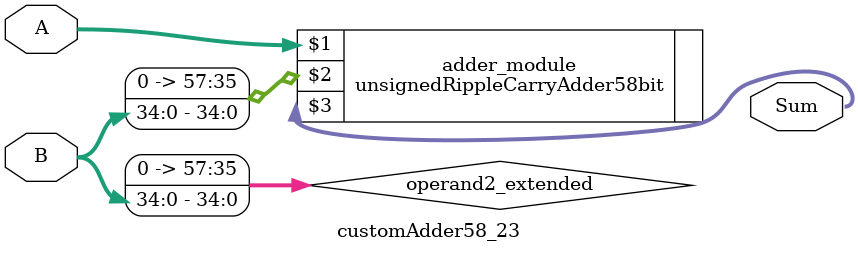
<source format=v>
module customAdder58_23(
                        input [57 : 0] A,
                        input [34 : 0] B,
                        
                        output [58 : 0] Sum
                );

        wire [57 : 0] operand2_extended;
        
        assign operand2_extended =  {23'b0, B};
        
        unsignedRippleCarryAdder58bit adder_module(
            A,
            operand2_extended,
            Sum
        );
        
        endmodule
        
</source>
